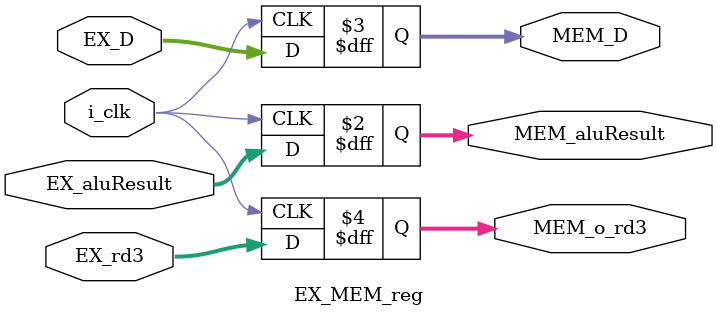
<source format=v>
module EX_MEM_reg (i_clk,
		EX_aluResult,
		EX_D,
		EX_rd3,

		MEM_o_rd3,
		MEM_aluResult,
		MEM_D,
		);
input i_clk;
input	[31:0]	EX_aluResult;
input	[31:0]	EX_D;
input	[4:0]	EX_rd3;

output reg [31:0] MEM_aluResult;
output reg [31:0] MEM_D;
output reg [4:0] MEM_o_rd3;

always @(posedge i_clk) begin
	MEM_aluResult <= EX_aluResult;
	MEM_D <= EX_D;
	MEM_o_rd3 <= EX_rd3;
	
end
endmodule

</source>
